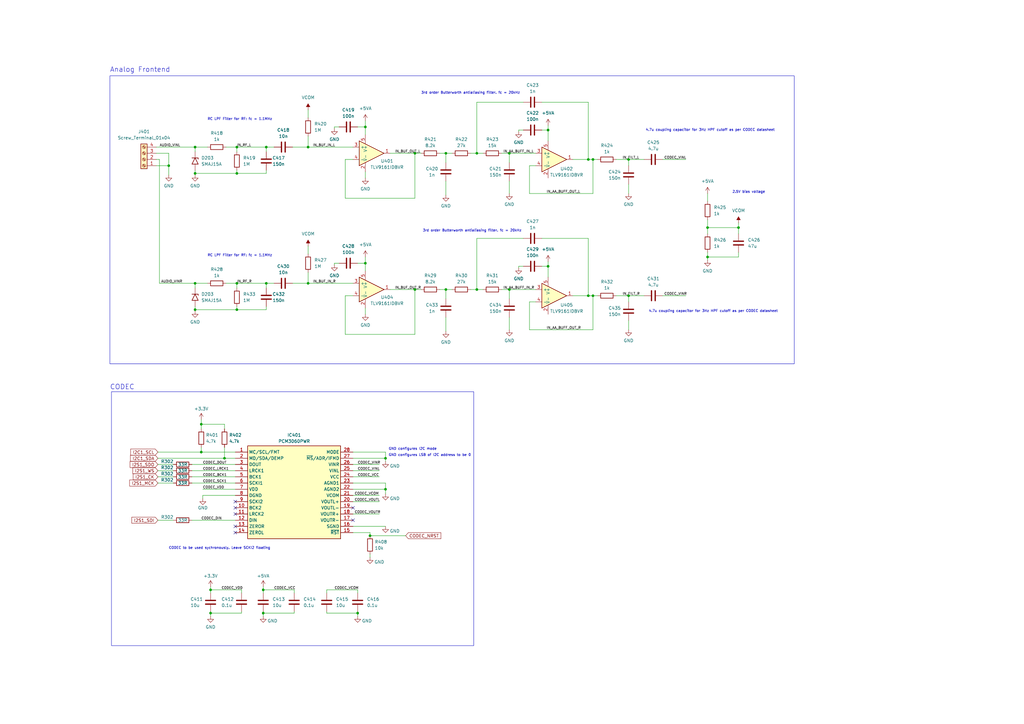
<source format=kicad_sch>
(kicad_sch (version 20230121) (generator eeschema)
  (paper "A3")
  (junction (at -104.14 113.03))
  (junction (at 80.01 71.12))
  (junction (at -113.665 201.93))
  (junction (at 92.075 187.96))
  (junction (at 80.01 127))
  (junction (at -91.44 137.16))
  (junction (at -90.805 113.03))
  (junction (at -104.775 137.16))
  (junction (at 97.155 60.325))
  (junction (at 97.155 127))
  (junction (at 82.55 173.99))
  (junction (at 241.3 65.405))
  (junction (at 149.86 107.95))
  (junction (at 224.79 53.34))
  (junction (at 82.55 185.42))
  (junction (at 243.205 65.405))
  (junction (at 290.195 93.345))
  (junction (at 241.3 121.285))
  (junction (at 195.58 62.865))
  (junction (at -80.01 158.115))
  (junction (at 109.22 60.325))
  (junction (at 86.36 251.46))
  (junction (at 126.365 60.325))
  (junction (at 146.685 251.46))
  (junction (at -56.515 155.575))
  (junction (at -90.805 123.19))
  (junction (at -144.145 147.32))
  (junction (at 257.81 121.285))
  (junction (at -144.145 137.16))
  (junction (at 97.155 116.205))
  (junction (at 158.115 187.96))
  (junction (at 69.215 67.945))
  (junction (at 107.95 241.935))
  (junction (at 126.365 116.205))
  (junction (at 302.895 93.345))
  (junction (at 80.01 60.325))
  (junction (at 107.95 251.46))
  (junction (at 224.79 109.22))
  (junction (at -165.735 155.575))
  (junction (at 170.18 62.865))
  (junction (at -130.81 137.16))
  (junction (at 158.115 200.66))
  (junction (at 182.88 118.745))
  (junction (at 182.88 62.865))
  (junction (at -176.53 186.055))
  (junction (at -43.18 165.735))
  (junction (at 109.22 116.205))
  (junction (at 290.195 105.41))
  (junction (at -67.31 168.91))
  (junction (at 86.36 241.935))
  (junction (at 257.81 65.405))
  (junction (at 80.01 116.205))
  (junction (at 151.765 219.71))
  (junction (at 170.18 118.745))
  (junction (at 195.58 118.745))
  (junction (at 208.915 118.745))
  (junction (at 243.205 121.285))
  (junction (at -91.44 147.32))
  (junction (at 149.86 52.07))
  (junction (at 97.155 71.12))
  (junction (at 208.915 62.865))
  (no_connect (at 96.52 218.44))
  (no_connect (at 144.78 213.36))
  (no_connect (at 96.52 205.74))
  (no_connect (at -131.445 160.655))
  (no_connect (at 96.52 208.28))
  (no_connect (at 144.78 208.28))
  (no_connect (at 96.52 210.82))
  (no_connect (at 96.52 215.9))
  (wire (pts (xy -100.965 173.355) (xy -92.075 173.355)))
  (wire (pts (xy 182.88 62.865) (xy 185.42 62.865)))
  (wire (pts (xy -143.51 191.135) (xy -143.51 193.675)))
  (wire (pts (xy 170.18 118.745) (xy 170.18 137.16)))
  (wire (pts (xy -113.665 150.495) (xy -113.665 137.16)))
  (wire (pts (xy 92.075 183.515) (xy 92.075 187.96)))
  (wire (pts (xy 80.01 71.12) (xy 97.155 71.12)))
  (wire (pts (xy 208.915 118.745) (xy 208.915 122.555)))
  (wire (pts (xy -100.965 155.575) (xy -56.515 155.575)))
  (wire (pts (xy 217.17 79.375) (xy 217.17 67.945)))
  (wire (pts (xy 78.74 193.04) (xy 96.52 193.04)))
  (wire (pts (xy -135.89 173.355) (xy -131.445 173.355)))
  (wire (pts (xy 151.765 227.33) (xy 151.765 228.6)))
  (wire (pts (xy 141.605 121.285) (xy 144.78 121.285)))
  (wire (pts (xy -165.735 165.1) (xy -165.735 167.005)))
  (wire (pts (xy -100.965 188.595) (xy -92.075 188.595)))
  (wire (pts (xy -150.495 168.275) (xy -143.51 168.275)))
  (wire (pts (xy -130.81 146.685) (xy -130.81 147.32)))
  (wire (pts (xy 243.205 121.285) (xy 241.3 121.285)))
  (wire (pts (xy 243.205 135.255) (xy 217.17 135.255)))
  (wire (pts (xy -104.14 113.03) (xy -90.805 113.03)))
  (wire (pts (xy 80.01 60.325) (xy 85.09 60.325)))
  (wire (pts (xy 214.63 97.79) (xy 195.58 97.79)))
  (wire (pts (xy -43.18 155.575) (xy -43.18 157.48)))
  (wire (pts (xy 126.365 100.965) (xy 126.365 104.14)))
  (wire (pts (xy -91.44 147.32) (xy -91.44 148.59)))
  (wire (pts (xy 224.79 51.435) (xy 224.79 53.34)))
  (wire (pts (xy 82.55 185.42) (xy 96.52 185.42)))
  (wire (pts (xy 92.075 173.99) (xy 82.55 173.99)))
  (wire (pts (xy -67.31 158.115) (xy -67.31 160.02)))
  (wire (pts (xy 64.135 65.405) (xy 65.405 65.405)))
  (wire (pts (xy -165.735 155.575) (xy -165.735 157.48)))
  (wire (pts (xy 193.04 62.865) (xy 195.58 62.865)))
  (wire (pts (xy -100.965 186.055) (xy -92.075 186.055)))
  (wire (pts (xy 133.985 241.935) (xy 146.685 241.935)))
  (wire (pts (xy 82.55 172.085) (xy 82.55 173.99)))
  (wire (pts (xy 99.06 241.935) (xy 86.36 241.935)))
  (wire (pts (xy -67.31 168.91) (xy -67.31 167.64)))
  (wire (pts (xy 158.115 200.66) (xy 158.115 202.565)))
  (wire (pts (xy -194.945 186.055) (xy -176.53 186.055)))
  (wire (pts (xy 126.365 60.325) (xy 126.365 55.88)))
  (wire (pts (xy -176.53 186.055) (xy -176.53 187.325)))
  (wire (pts (xy 222.25 109.22) (xy 224.79 109.22)))
  (wire (pts (xy 86.36 250.825) (xy 86.36 251.46)))
  (wire (pts (xy 170.18 118.745) (xy 172.72 118.745)))
  (wire (pts (xy -100.965 183.515) (xy -92.075 183.515)))
  (wire (pts (xy 158.115 185.42) (xy 158.115 187.96)))
  (wire (pts (xy -116.205 201.93) (xy -113.665 201.93)))
  (wire (pts (xy 170.18 137.16) (xy 141.605 137.16)))
  (wire (pts (xy 80.01 127) (xy 97.155 127)))
  (wire (pts (xy 208.915 130.175) (xy 208.915 135.255)))
  (wire (pts (xy -104.14 122.555) (xy -104.14 123.19)))
  (wire (pts (xy 160.02 118.745) (xy 170.18 118.745)))
  (wire (pts (xy -144.145 147.32) (xy -144.145 148.59)))
  (wire (pts (xy 97.155 116.205) (xy 97.155 118.11)))
  (wire (pts (xy 290.195 93.345) (xy 290.195 95.885)))
  (wire (pts (xy -150.495 175.895) (xy -143.51 175.895)))
  (wire (pts (xy -91.44 137.16) (xy -91.44 139.065)))
  (wire (pts (xy -80.01 158.115) (xy -80.01 160.02)))
  (wire (pts (xy -100.965 158.115) (xy -80.01 158.115)))
  (wire (pts (xy 290.195 103.505) (xy 290.195 105.41)))
  (wire (pts (xy 224.79 53.34) (xy 224.79 57.785)))
  (wire (pts (xy 96.52 203.2) (xy 83.185 203.2)))
  (wire (pts (xy 109.22 60.325) (xy 109.22 62.23)))
  (wire (pts (xy -90.805 111.76) (xy -90.805 113.03)))
  (wire (pts (xy -90.805 113.03) (xy -90.805 114.935)))
  (wire (pts (xy 78.74 190.5) (xy 96.52 190.5)))
  (wire (pts (xy -165.735 155.575) (xy -131.445 155.575)))
  (wire (pts (xy 120.015 116.205) (xy 126.365 116.205)))
  (wire (pts (xy 149.86 52.07) (xy 149.86 55.245)))
  (wire (pts (xy 78.74 195.58) (xy 96.52 195.58)))
  (wire (pts (xy 195.58 97.79) (xy 195.58 118.745)))
  (wire (pts (xy 212.725 109.22) (xy 214.63 109.22)))
  (wire (pts (xy 99.06 250.825) (xy 99.06 251.46)))
  (wire (pts (xy 78.74 213.36) (xy 96.52 213.36)))
  (wire (pts (xy 158.115 200.66) (xy 144.78 200.66)))
  (wire (pts (xy 137.16 52.07) (xy 139.065 52.07)))
  (wire (pts (xy -104.14 114.935) (xy -104.14 113.03)))
  (wire (pts (xy 141.605 137.16) (xy 141.605 121.285)))
  (wire (pts (xy 78.74 198.12) (xy 96.52 198.12)))
  (wire (pts (xy 302.895 91.44) (xy 302.895 93.345)))
  (wire (pts (xy -104.14 123.19) (xy -90.805 123.19)))
  (wire (pts (xy 146.685 251.46) (xy 146.685 252.73)))
  (wire (pts (xy 182.88 74.295) (xy 182.88 80.01)))
  (wire (pts (xy 144.78 190.5) (xy 155.575 190.5)))
  (wire (pts (xy 80.01 69.85) (xy 80.01 71.12)))
  (wire (pts (xy 290.195 79.375) (xy 290.195 82.55)))
  (wire (pts (xy 109.22 60.325) (xy 112.395 60.325)))
  (wire (pts (xy -113.665 201.93) (xy -113.665 201.295)))
  (wire (pts (xy 241.3 97.79) (xy 222.25 97.79)))
  (wire (pts (xy 97.155 116.205) (xy 109.22 116.205)))
  (wire (pts (xy -67.31 168.91) (xy -67.31 170.18)))
  (wire (pts (xy -143.51 191.135) (xy -131.445 191.135)))
  (wire (pts (xy -104.775 137.16) (xy -91.44 137.16)))
  (wire (pts (xy 208.915 74.295) (xy 208.915 79.375)))
  (wire (pts (xy 217.17 123.825) (xy 219.71 123.825)))
  (wire (pts (xy 160.02 62.865) (xy 170.18 62.865)))
  (wire (pts (xy 69.215 62.865) (xy 69.215 67.945)))
  (wire (pts (xy 92.075 175.895) (xy 92.075 173.99)))
  (wire (pts (xy -144.145 137.16) (xy -144.145 139.065)))
  (wire (pts (xy 243.205 65.405) (xy 241.3 65.405)))
  (wire (pts (xy 92.71 60.325) (xy 97.155 60.325)))
  (wire (pts (xy 83.185 203.2) (xy 83.185 204.47)))
  (wire (pts (xy 107.95 250.825) (xy 107.95 251.46)))
  (wire (pts (xy 97.155 127) (xy 97.155 125.73)))
  (wire (pts (xy 217.17 67.945) (xy 219.71 67.945)))
  (wire (pts (xy 144.78 198.12) (xy 158.115 198.12)))
  (wire (pts (xy 149.86 126.365) (xy 149.86 128.905)))
  (wire (pts (xy 195.58 118.745) (xy 198.12 118.745)))
  (wire (pts (xy 97.155 71.12) (xy 97.155 69.85)))
  (wire (pts (xy 80.01 125.73) (xy 80.01 127)))
  (wire (pts (xy -56.515 155.575) (xy -43.18 155.575)))
  (wire (pts (xy 302.895 105.41) (xy 290.195 105.41)))
  (wire (pts (xy 252.73 65.405) (xy 257.81 65.405)))
  (wire (pts (xy 241.3 121.285) (xy 241.3 97.79)))
  (wire (pts (xy 243.205 65.405) (xy 245.11 65.405)))
  (wire (pts (xy 92.075 187.96) (xy 96.52 187.96)))
  (wire (pts (xy -116.205 113.03) (xy -116.205 150.495)))
  (wire (pts (xy 107.95 251.46) (xy 107.95 252.73)))
  (wire (pts (xy 257.81 121.285) (xy 257.81 123.825)))
  (wire (pts (xy 180.34 62.865) (xy 182.88 62.865)))
  (wire (pts (xy 205.74 62.865) (xy 208.915 62.865)))
  (wire (pts (xy 80.01 60.325) (xy 80.01 62.23)))
  (wire (pts (xy 257.81 75.565) (xy 257.81 79.375)))
  (wire (pts (xy 109.22 71.12) (xy 97.155 71.12)))
  (wire (pts (xy 224.79 107.315) (xy 224.79 109.22)))
  (wire (pts (xy 133.985 243.205) (xy 133.985 241.935)))
  (wire (pts (xy 137.16 52.705) (xy 137.16 52.07)))
  (wire (pts (xy 146.685 52.07) (xy 149.86 52.07)))
  (wire (pts (xy 64.77 187.96) (xy 92.075 187.96)))
  (wire (pts (xy -90.805 123.19) (xy -90.805 124.46)))
  (wire (pts (xy 180.34 118.745) (xy 182.88 118.745)))
  (wire (pts (xy 133.985 250.825) (xy 133.985 251.46)))
  (wire (pts (xy 82.55 183.515) (xy 82.55 185.42)))
  (wire (pts (xy 120.015 60.325) (xy 126.365 60.325)))
  (wire (pts (xy 133.985 251.46) (xy 146.685 251.46)))
  (wire (pts (xy 99.06 251.46) (xy 86.36 251.46)))
  (wire (pts (xy -171.45 155.575) (xy -165.735 155.575)))
  (wire (pts (xy -116.205 113.03) (xy -104.14 113.03)))
  (wire (pts (xy 107.95 251.46) (xy 120.65 251.46)))
  (wire (pts (xy 241.3 65.405) (xy 241.3 41.91)))
  (wire (pts (xy -113.665 137.16) (xy -104.775 137.16)))
  (wire (pts (xy -194.945 196.215) (xy -194.945 194.945)))
  (wire (pts (xy 243.205 65.405) (xy 243.205 79.375)))
  (wire (pts (xy 107.95 241.935) (xy 107.95 240.665)))
  (wire (pts (xy 64.77 193.04) (xy 71.12 193.04)))
  (wire (pts (xy 126.365 116.205) (xy 144.78 116.205)))
  (wire (pts (xy 170.18 62.865) (xy 172.72 62.865)))
  (wire (pts (xy 212.725 109.855) (xy 212.725 109.22)))
  (wire (pts (xy 195.58 41.91) (xy 195.58 62.865)))
  (wire (pts (xy 182.88 118.745) (xy 185.42 118.745)))
  (wire (pts (xy 144.78 185.42) (xy 158.115 185.42)))
  (wire (pts (xy -56.515 157.48) (xy -56.515 155.575)))
  (wire (pts (xy -56.515 165.735) (xy -43.18 165.735)))
  (wire (pts (xy -80.01 168.91) (xy -67.31 168.91)))
  (wire (pts (xy 80.01 116.205) (xy 85.09 116.205)))
  (wire (pts (xy -80.01 158.115) (xy -67.31 158.115)))
  (wire (pts (xy 146.685 241.935) (xy 146.685 243.205)))
  (wire (pts (xy 243.205 121.285) (xy 245.11 121.285)))
  (wire (pts (xy 241.3 41.91) (xy 222.25 41.91)))
  (wire (pts (xy 109.22 127) (xy 97.155 127)))
  (wire (pts (xy -113.665 201.93) (xy -113.665 203.2)))
  (wire (pts (xy 69.215 67.945) (xy 69.215 71.755)))
  (wire (pts (xy -130.81 137.16) (xy -144.145 137.16)))
  (wire (pts (xy 257.81 131.445) (xy 257.81 135.255)))
  (wire (pts (xy 99.06 241.935) (xy 99.06 243.205)))
  (wire (pts (xy -43.18 165.735) (xy -43.18 167.005)))
  (wire (pts (xy 107.95 241.935) (xy 120.65 241.935)))
  (wire (pts (xy 257.81 65.405) (xy 264.16 65.405)))
  (wire (pts (xy 83.185 200.66) (xy 96.52 200.66)))
  (wire (pts (xy 144.78 218.44) (xy 151.765 218.44)))
  (wire (pts (xy 109.22 116.205) (xy 112.395 116.205)))
  (wire (pts (xy -134.62 186.055) (xy -131.445 186.055)))
  (wire (pts (xy -131.445 163.195) (xy -133.985 163.195)))
  (wire (pts (xy 170.18 62.865) (xy 170.18 81.28)))
  (wire (pts (xy 64.77 213.36) (xy 71.12 213.36)))
  (wire (pts (xy 146.685 250.825) (xy 146.685 251.46)))
  (wire (pts (xy -91.44 135.89) (xy -91.44 137.16)))
  (wire (pts (xy 120.65 250.825) (xy 120.65 251.46)))
  (wire (pts (xy 208.915 62.865) (xy 219.71 62.865)))
  (wire (pts (xy 257.81 121.285) (xy 264.16 121.285)))
  (wire (pts (xy -130.81 147.32) (xy -144.145 147.32)))
  (wire (pts (xy 234.95 121.285) (xy 241.3 121.285)))
  (wire (pts (xy 86.36 251.46) (xy 86.36 252.73)))
  (wire (pts (xy 144.78 203.2) (xy 155.575 203.2)))
  (wire (pts (xy 137.16 107.95) (xy 139.065 107.95)))
  (wire (pts (xy -91.44 146.685) (xy -91.44 147.32)))
  (wire (pts (xy -56.515 165.1) (xy -56.515 165.735)))
  (wire (pts (xy 64.77 195.58) (xy 71.12 195.58)))
  (wire (pts (xy 234.95 65.405) (xy 241.3 65.405)))
  (wire (pts (xy 290.195 93.345) (xy 302.895 93.345)))
  (wire (pts (xy -90.805 122.555) (xy -90.805 123.19)))
  (wire (pts (xy -43.18 165.1) (xy -43.18 165.735)))
  (wire (pts (xy -104.775 139.065) (xy -104.775 137.16)))
  (wire (pts (xy 302.895 103.505) (xy 302.895 105.41)))
  (wire (pts (xy 252.73 121.285) (xy 257.81 121.285)))
  (wire (pts (xy 137.16 108.585) (xy 137.16 107.95)))
  (wire (pts (xy 126.365 60.325) (xy 144.78 60.325)))
  (wire (pts (xy -135.89 168.275) (xy -131.445 168.275)))
  (wire (pts (xy 109.22 69.85) (xy 109.22 71.12)))
  (wire (pts (xy -194.945 186.055) (xy -194.945 187.325)))
  (wire (pts (xy 144.78 193.04) (xy 155.575 193.04)))
  (wire (pts (xy -118.745 137.16) (xy -130.81 137.16)))
  (wire (pts (xy 64.135 67.945) (xy 69.215 67.945)))
  (wire (pts (xy -100.965 175.895) (xy -92.075 175.895)))
  (wire (pts (xy 65.405 116.205) (xy 80.01 116.205)))
  (wire (pts (xy -150.495 173.355) (xy -143.51 173.355)))
  (wire (pts (xy 182.88 62.865) (xy 182.88 66.675)))
  (wire (pts (xy -118.745 137.16) (xy -118.745 150.495)))
  (wire (pts (xy -130.81 139.065) (xy -130.81 137.16)))
  (wire (pts (xy 149.86 107.95) (xy 149.86 111.125)))
  (wire (pts (xy 149.86 70.485) (xy 149.86 73.025)))
  (wire (pts (xy 222.25 53.34) (xy 224.79 53.34)))
  (wire (pts (xy -176.53 184.785) (xy -176.53 186.055)))
  (wire (pts (xy 109.22 125.73) (xy 109.22 127)))
  (wire (pts (xy 212.725 53.975) (xy 212.725 53.34)))
  (wire (pts (xy 243.205 79.375) (xy 217.17 79.375)))
  (wire (pts (xy 64.77 198.12) (xy 71.12 198.12)))
  (wire (pts (xy 290.195 90.17) (xy 290.195 93.345)))
  (wire (pts (xy 217.17 135.255) (xy 217.17 123.825)))
  (wire (pts (xy 65.405 65.405) (xy 65.405 116.205)))
  (wire (pts (xy -133.985 163.195) (xy -133.985 163.83)))
  (wire (pts (xy -135.89 170.815) (xy -131.445 170.815)))
  (wire (pts (xy -80.01 167.64) (xy -80.01 168.91)))
  (wire (pts (xy 214.63 41.91) (xy 195.58 41.91)))
  (wire (pts (xy 182.88 130.175) (xy 182.88 135.89)))
  (wire (pts (xy 151.765 219.71) (xy 166.37 219.71)))
  (wire (pts (xy 302.895 93.345) (xy 302.895 95.885)))
  (wire (pts (xy 64.77 190.5) (xy 71.12 190.5)))
  (wire (pts (xy 243.205 121.285) (xy 243.205 135.255)))
  (wire (pts (xy -100.965 191.135) (xy -92.075 191.135)))
  (wire (pts (xy -116.205 201.295) (xy -116.205 201.93)))
  (wire (pts (xy 80.01 71.12) (xy 80.01 71.755)))
  (wire (pts (xy -100.965 178.435) (xy -92.075 178.435)))
  (wire (pts (xy -134.62 183.515) (xy -131.445 183.515)))
  (wire (pts (xy 64.77 185.42) (xy 82.55 185.42)))
  (wire (pts (xy 149.86 49.53) (xy 149.86 52.07)))
  (wire (pts (xy 271.78 65.405) (xy 281.305 65.405)))
  (wire (pts (xy -104.775 146.685) (xy -104.775 147.32)))
  (wire (pts (xy 205.74 118.745) (xy 208.915 118.745)))
  (wire (pts (xy 92.71 116.205) (xy 97.155 116.205)))
  (wire (pts (xy 170.18 81.28) (xy 141.605 81.28)))
  (wire (pts (xy -150.495 170.815) (xy -143.51 170.815)))
  (wire (pts (xy 144.78 215.9) (xy 158.115 215.9)))
  (wire (pts (xy 144.78 210.82) (xy 155.575 210.82)))
  (wire (pts (xy 141.605 81.28) (xy 141.605 65.405)))
  (wire (pts (xy 107.95 241.935) (xy 107.95 243.205)))
  (wire (pts (xy 208.915 62.865) (xy 208.915 66.675)))
  (wire (pts (xy 126.365 116.205) (xy 126.365 111.76)))
  (wire (pts (xy 144.78 205.74) (xy 155.575 205.74)))
  (wire (pts (xy 271.78 121.285) (xy 281.305 121.285)))
  (wire (pts (xy 82.55 173.99) (xy 82.55 175.895)))
  (wire (pts (xy 86.36 241.935) (xy 86.36 243.205)))
  (wire (pts (xy 120.65 241.935) (xy 120.65 243.205)))
  (wire (pts (xy 193.04 118.745) (xy 195.58 118.745)))
  (wire (pts (xy 212.725 53.34) (xy 214.63 53.34)))
  (wire (pts (xy 97.155 60.325) (xy 109.22 60.325)))
  (wire (pts (xy 109.22 116.205) (xy 109.22 118.11)))
  (wire (pts (xy 158.115 187.96) (xy 158.115 189.23)))
  (wire (pts (xy -135.89 178.435) (xy -131.445 178.435)))
  (wire (pts (xy -104.775 147.32) (xy -91.44 147.32)))
  (wire (pts (xy -144.145 146.685) (xy -144.145 147.32)))
  (wire (pts (xy 257.81 65.405) (xy 257.81 67.945)))
  (wire (pts (xy 146.685 107.95) (xy 149.86 107.95)))
  (wire (pts (xy 195.58 62.865) (xy 198.12 62.865)))
  (wire (pts (xy 144.78 187.96) (xy 158.115 187.96)))
  (wire (pts (xy 290.195 105.41) (xy 290.195 106.68)))
  (wire (pts (xy 80.01 116.205) (xy 80.01 118.11)))
  (wire (pts (xy -150.495 178.435) (xy -143.51 178.435)))
  (wire (pts (xy 86.36 240.665) (xy 86.36 241.935)))
  (wire (pts (xy 64.135 62.865) (xy 69.215 62.865)))
  (wire (pts (xy 182.88 118.745) (xy 182.88 122.555)))
  (wire (pts (xy -144.145 135.89) (xy -144.145 137.16)))
  (wire (pts (xy 64.135 60.325) (xy 80.01 60.325)))
  (wire (pts (xy 141.605 65.405) (xy 144.78 65.405)))
  (wire (pts (xy 97.155 60.325) (xy 97.155 62.23)))
  (wire (pts (xy 126.365 45.085) (xy 126.365 48.26)))
  (wire (pts (xy 151.765 218.44) (xy 151.765 219.71)))
  (wire (pts (xy -143.51 201.295) (xy -143.51 203.2)))
  (wire (pts (xy 224.79 109.22) (xy 224.79 113.665)))
  (wire (pts (xy -176.53 196.215) (xy -176.53 194.945)))
  (wire (pts (xy 158.115 198.12) (xy 158.115 200.66)))
  (wire (pts (xy 208.915 118.745) (xy 219.71 118.745)))
  (wire (pts (xy 80.01 127) (xy 80.01 127.635)))
  (wire (pts (xy 149.86 105.41) (xy 149.86 107.95)))
  (wire (pts (xy -100.965 170.815) (xy -92.075 170.815)))
  (wire (pts (xy -135.89 175.895) (xy -131.445 175.895)))
  (wire (pts (xy 144.78 195.58) (xy 155.575 195.58)))
  (rectangle (start 45.72 160.655) (end 194.31 264.795))
  (rectangle (start 45.085 31.115) (end 325.755 149.225))
  (text "RC LPF Filter for RF: fc = 1.1MHz " (at 85.09 105.41 0) (effects (font (size 1 1)) (justify left bottom)))
  (text "2.5V bias voltage" (at 300.355 79.375 0) (effects (font (size 1 1)) (justify left bottom)))
  (text "CODEC" (at 45.085 160.02 0) (effects (font (size 2 2)) (justify left bottom)))
  (text "4.7u coupling capacitor for 3Hz HPF cutoff as per CODEC datasheet" (at 266.065 128.27 0) (effects (font (size 1 1)) (justify left bottom)))
  (text "RC LPF Filter for RF: fc = 1.1MHz " (at 85.09 49.53 0) (effects (font (size 1 1)) (justify left bottom)))
  (text "GND configures I2C mode" (at 159.385 184.785 0) (effects (font (size 1 1)) (justify left bottom)))
  (text "4.7u coupling capacitor for 3Hz HPF cutoff as per CODEC datasheet" (at 264.795 53.975 0) (effects (font (size 1 1)) (justify left bottom)))
  (text "GND configures LSB of I2C address to be 0" (at 159.385 187.325 0) (effects (font (size 1 1)) (justify left bottom)))
  (text "3rd order Butterworth antialiasing filter. fc = 20kHz " (at 172.72 38.735 0) (effects (font (size 1 1)) (justify left bottom)))
  (text "Use MCLK from MCU \nNo XTL required" (at -149.86 163.195 0) (effects (font (size 1 1)) (justify left bottom)))
  (text "3rd order Butterworth antialiasing filter. fc = 20kHz " (at 173.355 95.25 0) (effects (font (size 1 1)) (justify left bottom)))
  (text "CODEC to be used sychronously. Leave SCKI2 floating" (at 69.215 225.425 0) (effects (font (size 1 1)) (justify left bottom)))
  (text "Using pulldown resistor to assert low before mcu firmware boots" (at -177.165 209.55 0) (effects (font (size 1 1)) (justify left bottom)))
  (text "Analog Frontend" (at 45.085 29.845 0) (effects (font (size 2 2)) (justify left bottom)))
  (label "IN_BUF_OUT_L" (at 161.925 62.865 0) (effects (font (size 1 1))))
  (label "AUDIO_VINR" (at 66.04 116.205 0) (effects (font (size 1 1))))
  (label "AUDIO_VINL" (at 65.405 60.325 0) (effects (font (size 1 1))))
  (label "IN_BUF_IN_L" (at 128.27 60.325 0) (effects (font (size 1 1))))
  (label "CODEC_SCK1" (at 83.185 198.12 0) (effects (font (size 1 1))))
  (label "CODEC_VCOM" (at 145.415 203.2 0) (effects (font (size 1 1))))
  (label "CODEC_VCC" (at 112.395 241.935 0) (effects (font (size 1 1))))
  (label "CODEC_VINL" (at 272.415 65.405 0) (effects (font (size 1 1))))
  (label "CODEC_VINR" (at 272.415 121.285 0) (effects (font (size 1 1))))
  (label "IN_AA_BUFF_IN_R" (at 206.375 118.745 0) (effects (font (size 1 1))))
  (label "IN_BUF_IN_R" (at 128.27 116.205 0) (effects (font (size 1 1))))
  (label "CODEC_DOUT" (at 83.185 190.5 0) (effects (font (size 1 1))))
  (label "IN_FILT_L" (at 255.27 65.405 0) (effects (font (size 1 1))))
  (label "CODEC_VCOM" (at 137.16 241.935 0) (effects (font (size 1 1))))
  (label "IN_AA_BUFF_IN_L" (at 206.375 62.865 0) (effects (font (size 1 1))))
  (label "CODEC_BCK1" (at 83.185 195.58 0) (effects (font (size 1 1))))
  (label "CODEC_VINL" (at 146.685 193.04 0) (effects (font (size 1 1))))
  (label "CODEC_VOUTL" (at 145.415 205.74 0) (effects (font (size 1 1))))
  (label "CODEC_VOUTR" (at 145.415 210.82 0) (effects (font (size 1 1))))
  (label "CODEC_DIN" (at 82.55 213.36 0) (effects (font (size 1 1))))
  (label "IN_RF_L" (at 97.155 60.325 0) (effects (font (size 1 1))))
  (label "CODEC_VCC" (at 146.685 195.58 0) (effects (font (size 1 1))))
  (label "IN_AA_BUFF_OUT_L" (at 224.155 79.375 0) (effects (font (size 1 1))))
  (label "IN_AA_BUFF_OUT_R" (at 224.155 135.255 0) (effects (font (size 1 1))))
  (label "CODEC_FILT+" (at -80.01 158.115 0))
  (label "CODEC_VINR" (at 146.685 190.5 0) (effects (font (size 1 1))))
  (label "CODEC_VCOM" (at -56.515 155.575 0))
  (label "CODEC_VDD" (at 90.805 241.935 0) (effects (font (size 1 1))))
  (label "CODEC_VDD" (at 83.185 200.66 0) (effects (font (size 1 1))))
  (label "IN_FILT_R" (at 255.27 121.285 0) (effects (font (size 1 1))))
  (label "CODEC_LRCK1" (at 83.185 193.04 0) (effects (font (size 1 1))))
  (label "IN_RF_R" (at 97.155 116.205 0) (effects (font (size 1 1))))
  (label "CODEC_AD0" (at -143.51 191.135 0))
  (label "IN_BUF_OUT_R" (at 161.925 118.745 0) (effects (font (size 1 1))))
  (global_label "I2C1_SDA" (shape input) (at -134.62 186.055 180) (property "Intersheetrefs" "${INTERSHEET_REFS}" (effects hide)))
  (global_label "I2S1_WS" (shape input) (at 64.77 193.04 180) (property "Intersheetrefs" "${INTERSHEET_REFS}" (effects hide)))
  (global_label "I2S1_CK" (shape input) (at -150.495 173.355 180) (property "Intersheetrefs" "${INTERSHEET_REFS}" (effects hide)))
  (global_label "I2C1_SCL" (shape input) (at -176.53 196.215 180) (property "Intersheetrefs" "${INTERSHEET_REFS}" (effects hide)))
  (global_label "I2S1_WS" (shape input) (at -150.495 170.815 180) (property "Intersheetrefs" "${INTERSHEET_REFS}" (effects hide)))
  (global_label "I2C1_SDA" (shape input) (at 64.77 187.96 180) (property "Intersheetrefs" "${INTERSHEET_REFS}" (effects hide)))
  (global_label "I2C1_SCL" (shape input) (at 64.77 185.42 180) (property "Intersheetrefs" "${INTERSHEET_REFS}" (effects hide)))
  (global_label "I2S1_SDO" (shape input) (at 64.77 190.5 180) (property "Intersheetrefs" "${INTERSHEET_REFS}" (effects hide)))
  (global_label "I2S1_CK" (shape input) (at 64.77 195.58 180) (property "Intersheetrefs" "${INTERSHEET_REFS}" (effects hide)))
  (global_label "I2S1_SDI" (shape input) (at 64.77 213.36 180) (property "Intersheetrefs" "${INTERSHEET_REFS}" (effects hide)))
  (global_label "CODEC_NRST" (shape input) (at -171.45 155.575 180) (property "Intersheetrefs" "${INTERSHEET_REFS}" (effects hide)))
  (global_label "CODEC_NRST" (shape input) (at 166.37 219.71 0) (property "Intersheetrefs" "${INTERSHEET_REFS}" (effects hide)))
  (global_label "I2C1_SCL" (shape input) (at -134.62 183.515 180) (property "Intersheetrefs" "${INTERSHEET_REFS}" (effects hide)))
  (global_label "I2S1_MCK" (shape input) (at -150.495 168.275 180) (property "Intersheetrefs" "${INTERSHEET_REFS}" (effects hide)))
  (global_label "I2S1_MCK" (shape input) (at 64.77 198.12 180) (property "Intersheetrefs" "${INTERSHEET_REFS}" (effects hide)))
  (global_label "I2S1_SDI" (shape input) (at -150.495 178.435 180) (property "Intersheetrefs" "${INTERSHEET_REFS}" (effects hide)))
  (global_label "I2S1_SDO" (shape input) (at -150.495 175.895 180) (property "Intersheetrefs" "${INTERSHEET_REFS}" (effects hide)))
  (global_label "I2C1_SDA" (shape input) (at -194.945 196.215 180) (property "Intersheetrefs" "${INTERSHEET_REFS}" (effects hide)))
  (symbol (lib_id "Device:C") (at -67.31 163.83 0) (unit 1)
    (property "Reference" "C410" (at -64.135 162.56 0) (effects (justify left)))
    (property "Value" "47u" (at -64.135 165.1 0) (effects (justify left)))
  )
  (symbol (lib_id "Device:R") (at 248.92 65.405 90) (unit 1)
    (property "Reference" "R424" (at 248.92 59.69 90))
    (property "Value" "1k" (at 248.92 62.23 90))
  )
  (symbol (lib_id "power:GND") (at 149.86 73.025 0) (unit 1)
    (property "Reference" "#PWR0429" (effects hide))
    (property "Value" "GND" (at 149.86 77.47 0))
  )
  (symbol (lib_id "Device:C") (at -43.18 161.29 0) (unit 1)
    (property "Reference" "C408" (at -40.005 160.02 0) (effects (justify left)))
    (property "Value" "1u" (at -40.005 162.56 0) (effects (justify left)))
  )
  (symbol (lib_id "Device:R") (at 201.93 62.865 90) (unit 1)
    (property "Reference" "R423" (at 201.93 57.15 90))
    (property "Value" "15k" (at 201.93 59.69 90))
  )
  (symbol (lib_id "Device:R") (at 126.365 107.95 180) (unit 1)
    (property "Reference" "R427" (at 128.905 106.68 0) (effects (justify right)))
    (property "Value" "1M" (at 128.905 109.22 0) (effects (justify right)))
  )
  (symbol (lib_id "Device:R") (at -139.7 168.275 90) (unit 1)
    (property "Reference" "R302" (at -146.05 167.005 90))
    (property "Value" "33R" (at -139.7 168.275 90))
    (instances (project "GuitarFX" (path "" (reference "R302") (unit 1)) (path "" (reference "R410") (unit 1))))
  )
  (symbol (lib_id "power:+5VA") (at 224.79 51.435 0) (unit 1)
    (property "Reference" "#PWR0203" (effects hide))
    (property "Value" "+5VA" (at 224.79 46.355 0))
    (instances (project "GuitarFX" (path "" (reference "#PWR0203") (unit 1)) (path "" (reference "#PWR0432") (unit 1))))
  )
  (symbol (lib_id "power:+3.3V") (at 86.36 240.665 0) (unit 1)
    (property "Reference" "#PWR05" (effects hide))
    (property "Value" "+3.3V" (at 86.36 236.22 0))
    (instances (project "GuitarFX" (path "" (reference "#PWR05") (unit 1)) (path "" (reference "#PWR0413") (unit 1))))
  )
  (symbol (lib_id "Device:C") (at -90.805 118.745 0) (unit 1)
    (property "Reference" "C402" (at -87.63 117.475 0) (effects (justify left)))
    (property "Value" "1u" (at -87.63 120.015 0) (effects (justify left)))
  )
  (symbol (lib_id "Device:C") (at -91.44 142.875 0) (unit 1)
    (property "Reference" "C406" (at -88.265 141.605 0) (effects (justify left)))
    (property "Value" "1u" (at -88.265 144.145 0) (effects (justify left)))
  )
  (symbol (lib_id "Device:R") (at 74.93 190.5 90) (unit 1)
    (property "Reference" "R302" (at 68.58 189.23 90))
    (property "Value" "33R" (at 74.93 190.5 90))
    (instances (project "GuitarFX" (path "" (reference "R302") (unit 1)) (path "" (reference "R403") (unit 1))))
  )
  (symbol (lib_id "power:GND") (at 257.81 135.255 0) (unit 1)
    (property "Reference" "#PWR0447" (effects hide))
    (property "Value" "GND" (at 257.81 139.7 0))
  )
  (symbol (lib_id "power:GND") (at 212.725 53.975 0) (unit 1)
    (property "Reference" "#PWR0433" (effects hide))
    (property "Value" "GND" (at 212.725 58.42 0))
  )
  (symbol (lib_id "power:GND") (at -144.145 148.59 0) (mirror y) (unit 1)
    (property "Reference" "#PWR0411" (effects hide))
    (property "Value" "GND" (at -147.955 150.495 0))
  )
  (symbol (lib_id "power:GND") (at -143.51 203.2 0) (mirror y) (unit 1)
    (property "Reference" "#PWR0423" (effects hide))
    (property "Value" "GND" (at -147.32 205.105 0))
  )
  (symbol (lib_id "Device:C") (at 257.81 71.755 0) (unit 1)
    (property "Reference" "C424" (at 252.095 70.485 0))
    (property "Value" "150n" (at 252.095 73.025 0))
  )
  (symbol (lib_id "power:GND") (at 212.725 109.855 0) (unit 1)
    (property "Reference" "#PWR0443" (effects hide))
    (property "Value" "GND" (at 212.725 114.3 0))
  )
  (symbol (lib_id "Device:R") (at 74.93 195.58 90) (unit 1)
    (property "Reference" "R302" (at 68.58 194.31 90))
    (property "Value" "33R" (at 74.93 195.58 90))
    (instances (project "GuitarFX" (path "" (reference "R302") (unit 1)) (path "" (reference "R405") (unit 1))))
  )
  (symbol (lib_id "power:+3.3V") (at 82.55 172.085 0) (unit 1)
    (property "Reference" "#PWR05" (effects hide))
    (property "Value" "+3.3V" (at 82.55 167.64 0))
    (instances (project "GuitarFX" (path "" (reference "#PWR05") (unit 1)) (path "" (reference "#PWR0401") (unit 1))))
  )
  (symbol (lib_id "Device:R") (at 82.55 179.705 0) (unit 1)
    (property "Reference" "R401" (at 84.455 178.435 0) (effects (justify left)))
    (property "Value" "4.7k" (at 84.455 180.975 0) (effects (justify left)))
  )
  (symbol (lib_id "Device:C") (at 208.915 70.485 0) (unit 1)
    (property "Reference" "C421" (at 203.2 69.215 0))
    (property "Value" "150n" (at 203.2 71.755 0))
  )
  (symbol (lib_id "Device:C") (at -144.145 142.875 0) (mirror y) (unit 1)
    (property "Reference" "C403" (at -147.32 141.605 0) (effects (justify left)))
    (property "Value" "1u" (at -147.32 144.145 0) (effects (justify left)))
  )
  (symbol (lib_id "power:GND") (at -67.31 170.18 0) (unit 1)
    (property "Reference" "#PWR0418" (effects hide))
    (property "Value" "GND" (at -63.5 172.085 0))
  )
  (symbol (lib_id "power:GND") (at 137.16 108.585 0) (unit 1)
    (property "Reference" "#PWR0442" (effects hide))
    (property "Value" "GND" (at 137.16 113.03 0))
  )
  (symbol (lib_id "power:GND") (at 158.115 215.9 0) (unit 1)
    (property "Reference" "#PWR0407" (effects hide))
    (property "Value" "GND" (at 161.925 217.805 0))
  )
  (symbol (lib_id "power:VCOM") (at 126.365 45.085 0) (unit 1)
    (property "Reference" "#PWR0438" (effects hide))
    (property "Value" "VCOM" (at 126.365 40.005 0))
  )
  (symbol (lib_id "Device:R") (at 92.075 179.705 0) (unit 1)
    (property "Reference" "R402" (at 93.98 178.435 0) (effects (justify left)))
    (property "Value" "4.7k" (at 93.98 180.975 0) (effects (justify left)))
  )
  (symbol (lib_id "power:GND") (at -90.805 124.46 0) (unit 1)
    (property "Reference" "#PWR0406" (effects hide))
    (property "Value" "GND" (at -86.995 126.365 0))
  )
  (symbol (lib_id "Device:C") (at -56.515 161.29 0) (unit 1)
    (property "Reference" "C407" (at -53.34 160.02 0) (effects (justify left)))
    (property "Value" "100n" (at -53.34 162.56 0) (effects (justify left)))
  )
  (symbol (lib_id "power:+5VA") (at 149.86 49.53 0) (unit 1)
    (property "Reference" "#PWR0203" (effects hide))
    (property "Value" "+5VA" (at 149.86 44.45 0))
    (instances (project "GuitarFX" (path "" (reference "#PWR0203") (unit 1)) (path "" (reference "#PWR0427") (unit 1))))
  )
  (symbol (lib_id "Audio:CS4272") (at -116.205 175.895 0) (unit 1)
    (property "Reference" "U1" (at -111.4709 201.295 0) (effects (justify left)))
    (property "Value" "CS4272" (at -111.4709 203.835 0) (effects (justify left)))
    (property "Footprint" "Package_SO:TSSOP-28_4.4x9.7mm_P0.65mm" (effects hide))
    (property "Datasheet" "https://statics.cirrus.com/pubs/proDatasheet/CS4272_F1.pdf" (effects hide))
    (instances (project "GuitarFX" (path "" (reference "U1") (unit 1)) (path "" (reference "U403") (unit 1))))
  )
  (symbol (lib_id "Diode:SMAJ15A") (at 80.01 66.04 270) (unit 1)
    (property "Reference" "D203" (at 82.55 64.77 90) (effects (justify left)))
    (property "Value" "SMAJ15A" (at 82.55 67.31 90) (effects (justify left)))
    (property "Footprint" "Diode_SMD:D_SMA" (effects hide))
    (property "Datasheet" "https://www.littelfuse.com/media?resourcetype=datasheets&itemid=75e32973-b177-4ee3-a0ff-cedaf1abdb93&filename=smaj-datasheet" (effects hide))
    (instances (project "GuitarFX" (path "" (reference "D203") (unit 1)) (path "" (reference "D401") (unit 1))))
  )
  (symbol (lib_id "TLV9161IDBVR:TLV9161IDBVR") (at 224.79 121.285 0) (unit 1)
    (property "Reference" "U405" (at 232.41 125.095 0))
    (property "Value" "TLV9161IDBVR" (at 232.41 127.635 0))
    (property "Footprint" "SOT95P280X145-5N" (effects hide))
    (property "Datasheet" "https://www.ti.com/lit/ds/symlink/tlv9161.pdf?HQS=dis-mous-null-mousermode-dsf-pf-null-wwe&ts=1675947383550&ref_url=https%253A%252F%252Fwww.mouser.de%252F" (effects hide))
    (property "Sim.Pins" "1=1 2=2 3=3 4=4 5=5" (effects hide))
    (property "Sim.Device" "SPICE" (effects hide))
    (property "Sim.Params" "type=\"X\" model=\"OPAMP\" lib=\"\"" (effects hide))
    (property "Height" "1.45" (effects hide))
    (property "Manufacturer_Name" "Texas Instruments" (effects hide))
    (property "Manufacturer_Part_Number" "TLV9161IDBVR" (effects hide))
    (property "Mouser Part Number" "595-TLV9161IDBVR" (effects hide))
    (property "Mouser Price/Stock" "https://www.mouser.co.uk/ProductDetail/Texas-Instruments/TLV9161IDBVR?qs=Rp5uXu7WBW%2FkWJAGvxG3xQ%3D%3D" (effects hide))
    (property "Arrow Part Number" "TLV9161IDBVR" (effects hide))
    (property "Arrow Price/Stock" "https://www.arrow.com/en/products/tlv9161idbvr/texas-instruments?region=nac" (effects hide))
  )
  (symbol (lib_id "power:GND") (at 151.765 228.6 0) (unit 1)
    (property "Reference" "#PWR0410" (effects hide))
    (property "Value" "GND" (at 155.575 230.505 0))
  )
  (symbol (lib_id "PCM3060PWR:PCM3060PWR") (at 96.52 185.42 0) (unit 1)
    (property "Reference" "IC401" (at 120.65 178.435 0))
    (property "Value" "PCM3060PWR" (at 120.65 180.975 0))
    (property "Footprint" "SOP65P640X120-28N" (effects hide))
    (property "Datasheet" "https://www.ti.com/lit/ds/symlink/pcm3060.pdf?ts=1606824200789&ref_url=https%253A%252F%252Fwww.ti.com%252Fstore%252Fti%252Fen%252Fp%252Fproduct%252F%253Fp%253DPCM3060PWR%2526keyMatch%253DPCM3060PWR%2526tisearch%253DSearch-EN-everything%2526usecase%253DOPN" (effects hide))
    (property "Height" "1.2" (effects hide))
    (property "Manufacturer_Name" "Texas Instruments" (effects hide))
    (property "Manufacturer_Part_Number" "PCM3060PWR" (effects hide))
    (property "Mouser Part Number" "595-PCM3060PWR" (effects hide))
    (property "Mouser Price/Stock" "https://www.mouser.co.uk/ProductDetail/Texas-Instruments/PCM3060PWR?qs=W5eanQMd1BA4oHiQoX9kuw%3D%3D" (effects hide))
    (property "Arrow Part Number" "PCM3060PWR" (effects hide))
    (property "Arrow Price/Stock" "https://www.arrow.com/en/products/pcm3060pwr/texas-instruments?utm_currency=USD&region=nac" (effects hide))
  )
  (symbol (lib_id "Device:C") (at -104.14 118.745 0) (unit 1)
    (property "Reference" "C401" (at -100.965 117.475 0) (effects (justify left)))
    (property "Value" "100n" (at -100.965 120.015 0) (effects (justify left)))
  )
  (symbol (lib_id "Device:C") (at 120.65 247.015 0) (unit 1)
    (property "Reference" "C414" (at 124.46 245.745 0) (effects (justify left)))
    (property "Value" "0.1u" (at 124.46 248.285 0) (effects (justify left)))
  )
  (symbol (lib_id "Device:R") (at 290.195 86.36 0) (unit 1)
    (property "Reference" "R425" (at 292.735 85.09 0) (effects (justify left)))
    (property "Value" "1k" (at 292.735 87.63 0) (effects (justify left)))
  )
  (symbol (lib_id "power:VCOM") (at 302.895 91.44 0) (unit 1)
    (property "Reference" "#PWR0437" (effects hide))
    (property "Value" "VCOM" (at 302.895 86.36 0))
  )
  (symbol (lib_id "Device:R") (at -139.7 178.435 90) (unit 1)
    (property "Reference" "R302" (at -146.05 177.165 90))
    (property "Value" "33R" (at -139.7 178.435 90))
    (instances (project "GuitarFX" (path "" (reference "R302") (unit 1)) (path "" (reference "R414") (unit 1))))
  )
  (symbol (lib_id "Device:R") (at 97.155 66.04 180) (unit 1)
    (property "Reference" "R419" (at 99.695 64.77 0) (effects (justify right)))
    (property "Value" "1M" (at 99.695 67.31 0) (effects (justify right)))
  )
  (symbol (lib_id "Device:C") (at 109.22 66.04 0) (unit 1)
    (property "Reference" "C417" (at 114.3 64.77 0))
    (property "Value" "150n" (at 114.3 67.31 0))
  )
  (symbol (lib_id "power:GND") (at 208.915 79.375 0) (unit 1)
    (property "Reference" "#PWR0431" (effects hide))
    (property "Value" "GND" (at 208.915 83.82 0))
  )
  (symbol (lib_id "Device:C") (at -80.01 163.83 0) (unit 1)
    (property "Reference" "C409" (at -76.835 162.56 0) (effects (justify left)))
    (property "Value" "100n" (at -76.835 165.1 0) (effects (justify left)))
  )
  (symbol (lib_id "power:+3.3V") (at -90.805 111.76 0) (unit 1)
    (property "Reference" "#PWR05" (effects hide))
    (property "Value" "+3.3V" (at -90.805 107.315 0))
    (instances (project "GuitarFX" (path "" (reference "#PWR05") (unit 1)) (path "" (reference "#PWR0403") (unit 1))))
  )
  (symbol (lib_id "TLV9161IDBVR:TLV9161IDBVR") (at 149.86 62.865 0) (unit 1)
    (property "Reference" "U401" (at 158.75 66.04 0))
    (property "Value" "TLV9161IDBVR" (at 158.75 68.58 0))
    (property "Footprint" "SOT95P280X145-5N" (effects hide))
    (property "Datasheet" "https://www.ti.com/lit/ds/symlink/tlv9161.pdf?HQS=dis-mous-null-mousermode-dsf-pf-null-wwe&ts=1675947383550&ref_url=https%253A%252F%252Fwww.mouser.de%252F" (effects hide))
    (property "Sim.Pins" "1=1 2=2 3=3 4=4 5=5" (effects hide))
    (property "Sim.Device" "SPICE" (effects hide))
    (property "Sim.Params" "type=\"X\" model=\"OPAMP\" lib=\"\"" (effects hide))
    (property "Height" "1.45" (effects hide))
    (property "Manufacturer_Name" "Texas Instruments" (effects hide))
    (property "Manufacturer_Part_Number" "TLV9161IDBVR" (effects hide))
    (property "Mouser Part Number" "595-TLV9161IDBVR" (effects hide))
    (property "Mouser Price/Stock" "https://www.mouser.co.uk/ProductDetail/Texas-Instruments/TLV9161IDBVR?qs=Rp5uXu7WBW%2FkWJAGvxG3xQ%3D%3D" (effects hide))
    (property "Arrow Part Number" "TLV9161IDBVR" (effects hide))
    (property "Arrow Price/Stock" "https://www.arrow.com/en/products/tlv9161idbvr/texas-instruments?region=nac" (effects hide))
  )
  (symbol (lib_id "power:GND") (at 290.195 106.68 0) (unit 1)
    (property "Reference" "#PWR0436" (effects hide))
    (property "Value" "GND" (at 290.195 111.125 0))
  )
  (symbol (lib_id "Device:R") (at 290.195 99.695 0) (unit 1)
    (property "Reference" "R426" (at 292.735 98.425 0) (effects (justify left)))
    (property "Value" "1k" (at 292.735 100.965 0) (effects (justify left)))
  )
  (symbol (lib_id "TLV9161IDBVR:TLV9161IDBVR") (at 149.86 118.745 0) (unit 1)
    (property "Reference" "U404" (at 158.75 121.92 0))
    (property "Value" "TLV9161IDBVR" (at 158.75 124.46 0))
    (property "Footprint" "SOT95P280X145-5N" (effects hide))
    (property "Datasheet" "https://www.ti.com/lit/ds/symlink/tlv9161.pdf?HQS=dis-mous-null-mousermode-dsf-pf-null-wwe&ts=1675947383550&ref_url=https%253A%252F%252Fwww.mouser.de%252F" (effects hide))
    (property "Sim.Pins" "1=1 2=2 3=3 4=4 5=5" (effects hide))
    (property "Sim.Device" "SPICE" (effects hide))
    (property "Sim.Params" "type=\"X\" model=\"OPAMP\" lib=\"\"" (effects hide))
    (property "Height" "1.45" (effects hide))
    (property "Manufacturer_Name" "Texas Instruments" (effects hide))
    (property "Manufacturer_Part_Number" "TLV9161IDBVR" (effects hide))
    (property "Mouser Part Number" "595-TLV9161IDBVR" (effects hide))
    (property "Mouser Price/Stock" "https://www.mouser.co.uk/ProductDetail/Texas-Instruments/TLV9161IDBVR?qs=Rp5uXu7WBW%2FkWJAGvxG3xQ%3D%3D" (effects hide))
    (property "Arrow Part Number" "TLV9161IDBVR" (effects hide))
    (property "Arrow Price/Stock" "https://www.arrow.com/en/products/tlv9161idbvr/texas-instruments?region=nac" (effects hide))
  )
  (symbol (lib_id "power:GND") (at 182.88 80.01 0) (unit 1)
    (property "Reference" "#PWR0430" (effects hide))
    (property "Value" "GND" (at 182.88 84.455 0))
  )
  (symbol (lib_id "Device:R") (at 189.23 118.745 90) (unit 1)
    (property "Reference" "R430" (at 189.23 113.03 90))
    (property "Value" "27k" (at 189.23 115.57 90))
  )
  (symbol (lib_id "Device:R") (at 189.23 62.865 90) (unit 1)
    (property "Reference" "R422" (at 189.23 57.15 90))
    (property "Value" "27k" (at 189.23 59.69 90))
  )
  (symbol (lib_id "Device:R") (at 248.92 121.285 90) (unit 1)
    (property "Reference" "R432" (at 248.92 115.57 90))
    (property "Value" "1k" (at 248.92 118.11 90))
  )
  (symbol (lib_id "Device:C") (at 116.205 116.205 90) (unit 1)
    (property "Reference" "C430" (at 116.205 109.22 90))
    (property "Value" "10n" (at 116.205 111.76 90))
  )
  (symbol (lib_id "power:GND") (at 80.01 71.755 0) (unit 1)
    (property "Reference" "#PWR0426" (effects hide))
    (property "Value" "GND" (at 80.01 76.2 0))
  )
  (symbol (lib_id "power:GND") (at 137.16 52.705 0) (unit 1)
    (property "Reference" "#PWR0428" (effects hide))
    (property "Value" "GND" (at 137.16 57.15 0))
  )
  (symbol (lib_id "Device:C") (at 218.44 109.22 270) (unit 1)
    (property "Reference" "C429" (at 218.44 102.235 90))
    (property "Value" "100n" (at 218.44 104.775 90))
  )
  (symbol (lib_id "power:GND") (at -91.44 148.59 0) (unit 1)
    (property "Reference" "#PWR0412" (effects hide))
    (property "Value" "GND" (at -87.63 150.495 0))
  )
  (symbol (lib_id "power:GND") (at -43.18 167.005 0) (unit 1)
    (property "Reference" "#PWR0417" (effects hide))
    (property "Value" "GND" (at -39.37 168.91 0))
  )
  (symbol (lib_id "Device:R") (at 97.155 121.92 180) (unit 1)
    (property "Reference" "R433" (at 99.695 120.65 0) (effects (justify right)))
    (property "Value" "1M" (at 99.695 123.19 0) (effects (justify right)))
  )
  (symbol (lib_id "power:+5VA") (at -91.44 135.89 0) (unit 1)
    (property "Reference" "#PWR06" (effects hide))
    (property "Value" "+5VA" (at -91.44 130.81 0))
    (instances (project "GuitarFX" (path "" (reference "#PWR06") (unit 1)) (path "" (reference "#PWR0409") (unit 1))))
  )
  (symbol (lib_id "Device:C") (at 146.685 247.015 0) (unit 1)
    (property "Reference" "C416" (at 150.495 245.745 0) (effects (justify left)))
    (property "Value" "0.1u" (at 150.495 248.285 0) (effects (justify left)))
  )
  (symbol (lib_id "Device:C") (at 182.88 70.485 0) (unit 1)
    (property "Reference" "C420" (at 177.165 69.215 0))
    (property "Value" "1n" (at 177.165 71.755 0))
  )
  (symbol (lib_id "Device:R") (at -194.945 191.135 0) (unit 1)
    (property "Reference" "R415" (at -193.04 189.865 0) (effects (justify left)))
    (property "Value" "4.7k" (at -193.04 192.405 0) (effects (justify left)))
  )
  (symbol (lib_id "Device:C") (at -130.81 142.875 0) (mirror y) (unit 1)
    (property "Reference" "C404" (at -133.985 141.605 0) (effects (justify left)))
    (property "Value" "100n" (at -133.985 144.145 0) (effects (justify left)))
  )
  (symbol (lib_id "power:+3.3V") (at -176.53 184.785 0) (unit 1)
    (property "Reference" "#PWR05" (effects hide))
    (property "Value" "+3.3V" (at -176.53 180.34 0))
    (instances (project "GuitarFX" (path "" (reference "#PWR05") (unit 1)) (path "" (reference "#PWR0422") (unit 1))))
  )
  (symbol (lib_id "power:+5VA") (at 107.95 240.665 0) (unit 1)
    (property "Reference" "#PWR06" (effects hide))
    (property "Value" "+5VA" (at 107.95 236.22 0))
    (instances (project "GuitarFX" (path "" (reference "#PWR06") (unit 1)) (path "" (reference "#PWR0414") (unit 1))))
  )
  (symbol (lib_id "TLV9161IDBVR:TLV9161IDBVR") (at 224.79 65.405 0) (unit 1)
    (property "Reference" "U402" (at 232.41 69.215 0))
    (property "Value" "TLV9161IDBVR" (at 232.41 71.755 0))
    (property "Footprint" "SOT95P280X145-5N" (effects hide))
    (property "Datasheet" "https://www.ti.com/lit/ds/symlink/tlv9161.pdf?HQS=dis-mous-null-mousermode-dsf-pf-null-wwe&ts=1675947383550&ref_url=https%253A%252F%252Fwww.mouser.de%252F" (effects hide))
    (property "Sim.Pins" "1=1 2=2 3=3 4=4 5=5" (effects hide))
    (property "Sim.Device" "SPICE" (effects hide))
    (property "Sim.Params" "type=\"X\" model=\"OPAMP\" lib=\"\"" (effects hide))
    (property "Height" "1.45" (effects hide))
    (property "Manufacturer_Name" "Texas Instruments" (effects hide))
    (property "Manufacturer_Part_Number" "TLV9161IDBVR" (effects hide))
    (property "Mouser Part Number" "595-TLV9161IDBVR" (effects hide))
    (property "Mouser Price/Stock" "https://www.mouser.co.uk/ProductDetail/Texas-Instruments/TLV9161IDBVR?qs=Rp5uXu7WBW%2FkWJAGvxG3xQ%3D%3D" (effects hide))
    (property "Arrow Part Number" "TLV9161IDBVR" (effects hide))
    (property "Arrow Price/Stock" "https://www.arrow.com/en/products/tlv9161idbvr/texas-instruments?region=nac" (effects hide))
  )
  (symbol (lib_id "Device:C") (at 116.205 60.325 90) (unit 1)
    (property "Reference" "C418" (at 116.205 53.34 90))
    (property "Value" "10n" (at 116.205 55.88 90))
  )
  (symbol (lib_id "Connector:Screw_Terminal_01x04") (at 59.055 65.405 180) (unit 1)
    (property "Reference" "J401" (at 59.055 53.975 0))
    (property "Value" "Screw_Terminal_01x04" (at 59.055 56.515 0))
  )
  (symbol (lib_id "power:GND") (at 149.86 128.905 0) (unit 1)
    (property "Reference" "#PWR0445" (effects hide))
    (property "Value" "GND" (at 149.86 133.35 0))
  )
  (symbol (lib_id "power:GND") (at -133.985 163.83 0) (mirror y) (unit 1)
    (property "Reference" "#PWR0415" (effects hide))
    (property "Value" "GND" (at -137.795 165.735 0))
  )
  (symbol (lib_id "Device:R") (at 88.9 60.325 90) (unit 1)
    (property "Reference" "R418" (at 88.9 54.61 90))
    (property "Value" "1k" (at 88.9 57.15 90))
  )
  (symbol (lib_id "power:GND") (at 86.36 252.73 0) (unit 1)
    (property "Reference" "#PWR0419" (effects hide))
    (property "Value" "GND" (at 86.36 257.175 0))
  )
  (symbol (lib_id "power:GND") (at 158.115 189.23 0) (unit 1)
    (property "Reference" "#PWR0402" (effects hide))
    (property "Value" "GND" (at 161.925 191.135 0))
  )
  (symbol (lib_id "Device:C") (at -104.775 142.875 0) (unit 1)
    (property "Reference" "C405" (at -101.6 141.605 0) (effects (justify left)))
    (property "Value" "100n" (at -101.6 144.145 0) (effects (justify left)))
  )
  (symbol (lib_id "Device:R") (at 176.53 62.865 90) (unit 1)
    (property "Reference" "R421" (at 176.53 57.15 90))
    (property "Value" "8.2k" (at 176.53 59.69 90))
  )
  (symbol (lib_id "power:GND") (at 83.185 204.47 0) (unit 1)
    (property "Reference" "#PWR0405" (effects hide))
    (property "Value" "GND" (at 83.185 208.28 0))
  )
  (symbol (lib_id "power:GND") (at 107.95 252.73 0) (unit 1)
    (property "Reference" "#PWR0420" (effects hide))
    (property "Value" "GND" (at 111.76 254.635 0))
  )
  (symbol (lib_id "Device:C") (at 218.44 97.79 270) (unit 1)
    (property "Reference" "C427" (at 218.44 90.805 90))
    (property "Value" "1n" (at 218.44 93.345 90))
  )
  (symbol (lib_id "Device:C") (at 302.895 99.695 0) (unit 1)
    (property "Reference" "C426" (at 306.705 98.425 0) (effects (justify left)))
    (property "Value" "47u" (at 306.705 100.965 0) (effects (justify left)))
  )
  (symbol (lib_id "power:GND") (at 146.685 252.73 0) (unit 1)
    (property "Reference" "#PWR0421" (effects hide))
    (property "Value" "GND" (at 150.495 254.635 0))
  )
  (symbol (lib_id "Device:R") (at 74.93 213.36 90) (unit 1)
    (property "Reference" "R302" (at 68.58 212.09 90))
    (property "Value" "33R" (at 74.93 213.36 90))
    (instances (project "GuitarFX" (path "" (reference "R302") (unit 1)) (path "" (reference "R407") (unit 1))))
  )
  (symbol (lib_id "Device:R") (at 176.53 118.745 90) (unit 1)
    (property "Reference" "R429" (at 176.53 113.03 90))
    (property "Value" "8.2k" (at 176.53 115.57 90))
  )
  (symbol (lib_id "Device:C") (at 107.95 247.015 0) (unit 1)
    (property "Reference" "C413" (at 111.76 245.745 0) (effects (justify left)))
    (property "Value" "10u" (at 111.76 248.285 0) (effects (justify left)))
  )
  (symbol (lib_id "Device:C") (at 218.44 53.34 270) (unit 1)
    (property "Reference" "C422" (at 218.44 46.355 90))
    (property "Value" "100n" (at 218.44 48.895 90))
  )
  (symbol (lib_id "Device:C") (at 86.36 247.015 0) (unit 1)
    (property "Reference" "C411" (at 78.105 245.745 0) (effects (justify left)))
    (property "Value" "10u" (at 78.105 248.285 0) (effects (justify left)))
  )
  (symbol (lib_id "Device:R") (at 151.765 223.52 0) (unit 1)
    (property "Reference" "R408" (at 153.67 222.25 0) (effects (justify left)))
    (property "Value" "10k" (at 153.67 224.79 0) (effects (justify left)))
  )
  (symbol (lib_id "power:+5VA") (at 149.86 105.41 0) (unit 1)
    (property "Reference" "#PWR0203" (effects hide))
    (property "Value" "+5VA" (at 149.86 100.33 0))
    (instances (project "GuitarFX" (path "" (reference "#PWR0203") (unit 1)) (path "" (reference "#PWR0440") (unit 1))))
  )
  (symbol (lib_id "power:VCOM") (at 126.365 100.965 0) (unit 1)
    (property "Reference" "#PWR0439" (effects hide))
    (property "Value" "VCOM" (at 126.365 95.885 0))
  )
  (symbol (lib_id "Device:C") (at 208.915 126.365 0) (unit 1)
    (property "Reference" "C434" (at 203.2 125.095 0))
    (property "Value" "150n" (at 203.2 127.635 0))
  )
  (symbol (lib_id "Device:R") (at -143.51 197.485 0) (unit 1)
    (property "Reference" "R417" (at -141.605 196.215 0) (effects (justify left)))
    (property "Value" "10k" (at -141.605 198.755 0) (effects (justify left)))
  )
  (symbol (lib_id "power:GND") (at 208.915 135.255 0) (unit 1)
    (property "Reference" "#PWR0446" (effects hide))
    (property "Value" "GND" (at 208.915 139.7 0))
  )
  (symbol (lib_id "power:+3.3V") (at -144.145 135.89 0) (mirror y) (unit 1)
    (property "Reference" "#PWR05" (effects hide))
    (property "Value" "+3.3V" (at -144.145 131.445 0))
    (instances (project "GuitarFX" (path "" (reference "#PWR05") (unit 1)) (path "" (reference "#PWR0408") (unit 1))))
  )
  (symbol (lib_id "power:GND") (at -113.665 203.2 0) (mirror y) (unit 1)
    (property "Reference" "#PWR0424" (effects hide))
    (property "Value" "GND" (at -117.475 205.105 0))
  )
  (symbol (lib_id "power:GND") (at 69.215 71.755 0) (unit 1)
    (property "Reference" "#PWR0425" (effects hide))
    (property "Value" "GND" (at 69.215 76.2 0))
  )
  (symbol (lib_id "Device:C") (at 218.44 41.91 270) (unit 1)
    (property "Reference" "C423" (at 218.44 34.925 90))
    (property "Value" "1n" (at 218.44 37.465 90))
  )
  (symbol (lib_id "Device:C") (at 182.88 126.365 0) (unit 1)
    (property "Reference" "C433" (at 177.165 125.095 0))
    (property "Value" "1n" (at 177.165 127.635 0))
  )
  (symbol (lib_id "Device:R") (at -139.7 170.815 90) (unit 1)
    (property "Reference" "R302" (at -146.05 169.545 90))
    (property "Value" "33R" (at -139.7 170.815 90))
    (instances (project "GuitarFX" (path "" (reference "R302") (unit 1)) (path "" (reference "R411") (unit 1))))
  )
  (symbol (lib_id "Device:C") (at 133.985 247.015 0) (unit 1)
    (property "Reference" "C415" (at 137.795 245.745 0) (effects (justify left)))
    (property "Value" "10u" (at 137.795 248.285 0) (effects (justify left)))
  )
  (symbol (lib_id "power:+5VA") (at 224.79 107.315 0) (unit 1)
    (property "Reference" "#PWR0203" (effects hide))
    (property "Value" "+5VA" (at 224.79 102.235 0))
    (instances (project "GuitarFX" (path "" (reference "#PWR0203") (unit 1)) (path "" (reference "#PWR0441") (unit 1))))
  )
  (symbol (lib_id "Device:R") (at -139.7 173.355 90) (unit 1)
    (property "Reference" "R302" (at -146.05 172.085 90))
    (property "Value" "33R" (at -139.7 173.355 90))
    (instances (project "GuitarFX" (path "" (reference "R302") (unit 1)) (path "" (reference "R412") (unit 1))))
  )
  (symbol (lib_id "Device:C") (at 109.22 121.92 0) (unit 1)
    (property "Reference" "C432" (at 114.3 120.65 0))
    (property "Value" "150n" (at 114.3 123.19 0))
  )
  (symbol (lib_id "Device:R") (at 201.93 118.745 90) (unit 1)
    (property "Reference" "R431" (at 201.93 113.03 90))
    (property "Value" "15k" (at 201.93 115.57 90))
  )
  (symbol (lib_id "Device:R") (at 74.93 198.12 90) (unit 1)
    (property "Reference" "R302" (at 68.58 196.85 90))
    (property "Value" "33R" (at 74.93 198.12 90))
    (instances (project "GuitarFX" (path "" (reference "R302") (unit 1)) (path "" (reference "R406") (unit 1))))
  )
  (symbol (lib_id "Device:R") (at 88.9 116.205 90) (unit 1)
    (property "Reference" "R428" (at 88.9 110.49 90))
    (property "Value" "1k" (at 88.9 113.03 90))
  )
  (symbol (lib_id "Device:C") (at 257.81 127.635 0) (unit 1)
    (property "Reference" "C435" (at 252.095 126.365 0))
    (property "Value" "150n" (at 252.095 128.905 0))
  )
  (symbol (lib_id "Device:C") (at 267.97 121.285 270) (unit 1)
    (property "Reference" "C431" (at 267.97 114.3 90))
    (property "Value" "4.7u" (at 267.97 116.84 90))
  )
  (symbol (lib_id "Device:C") (at 99.06 247.015 0) (unit 1)
    (property "Reference" "C412" (at 90.805 245.745 0) (effects (justify left)))
    (property "Value" "0.1u" (at 90.805 248.285 0) (effects (justify left)))
  )
  (symbol (lib_id "Device:C") (at 267.97 65.405 270) (unit 1)
    (property "Reference" "C425" (at 267.97 58.42 90))
    (property "Value" "4.7u" (at 267.97 60.96 90))
  )
  (symbol (lib_id "power:GND") (at 257.81 79.375 0) (unit 1)
    (property "Reference" "#PWR0434" (effects hide))
    (property "Value" "GND" (at 257.81 83.82 0))
  )
  (symbol (lib_id "Device:R") (at -176.53 191.135 0) (unit 1)
    (property "Reference" "R416" (at -174.625 189.865 0) (effects (justify left)))
    (property "Value" "4.7k" (at -174.625 192.405 0) (effects (justify left)))
  )
  (symbol (lib_id "power:+5VA") (at 290.195 79.375 0) (unit 1)
    (property "Reference" "#PWR0203" (effects hide))
    (property "Value" "+5VA" (at 290.195 74.295 0))
    (instances (project "GuitarFX" (path "" (reference "#PWR0203") (unit 1)) (path "" (reference "#PWR0435") (unit 1))))
  )
  (symbol (lib_id "Device:R") (at -165.735 161.29 0) (unit 1)
    (property "Reference" "R409" (at -163.83 160.02 0) (effects (justify left)))
    (property "Value" "10k" (at -163.83 162.56 0) (effects (justify left)))
  )
  (symbol (lib_id "Device:C") (at 142.875 52.07 270) (unit 1)
    (property "Reference" "C419" (at 142.875 45.085 90))
    (property "Value" "100n" (at 142.875 47.625 90))
  )
  (symbol (lib_id "Device:R") (at 126.365 52.07 180) (unit 1)
    (property "Reference" "R420" (at 128.905 50.8 0) (effects (justify right)))
    (property "Value" "1M" (at 128.905 53.34 0) (effects (justify right)))
  )
  (symbol (lib_id "power:GND") (at 158.115 202.565 0) (unit 1)
    (property "Reference" "#PWR0404" (effects hide))
    (property "Value" "GND" (at 161.925 204.47 0))
  )
  (symbol (lib_id "power:GND") (at -165.735 167.005 0) (mirror y) (unit 1)
    (property "Reference" "#PWR0416" (effects hide))
    (property "Value" "GND" (at -169.545 168.91 0))
  )
  (symbol (lib_id "Diode:SMAJ15A") (at 80.01 121.92 270) (unit 1)
    (property "Reference" "D203" (at 82.55 120.65 90) (effects (justify left)))
    (property "Value" "SMAJ15A" (at 82.55 123.19 90) (effects (justify left)))
    (property "Footprint" "Diode_SMD:D_SMA" (effects hide))
    (property "Datasheet" "https://www.littelfuse.com/media?resourcetype=datasheets&itemid=75e32973-b177-4ee3-a0ff-cedaf1abdb93&filename=smaj-datasheet" (effects hide))
    (instances (project "GuitarFX" (path "" (reference "D203") (unit 1)) (path "" (reference "D402") (unit 1))))
  )
  (symbol (lib_id "Device:R") (at 74.93 193.04 90) (unit 1)
    (property "Reference" "R302" (at 68.58 191.77 90))
    (property "Value" "33R" (at 74.93 193.04 90))
    (instances (project "GuitarFX" (path "" (reference "R302") (unit 1)) (path "" (reference "R404") (unit 1))))
  )
  (symbol (lib_id "power:GND") (at 80.01 127.635 0) (unit 1)
    (property "Reference" "#PWR0444" (effects hide))
    (property "Value" "GND" (at 80.01 132.08 0))
  )
  (symbol (lib_id "Device:R") (at -139.7 175.895 90) (unit 1)
    (property "Reference" "R302" (at -146.05 174.625 90))
    (property "Value" "33R" (at -139.7 175.895 90))
    (instances (project "GuitarFX" (path "" (reference "R302") (unit 1)) (path "" (reference "R413") (unit 1))))
  )
  (symbol (lib_id "power:GND") (at 182.88 135.89 0) (unit 1)
    (property "Reference" "#PWR0448" (effects hide))
    (property "Value" "GND" (at 182.88 140.335 0))
  )
  (symbol (lib_id "Device:C") (at 142.875 107.95 270) (unit 1)
    (property "Reference" "C428" (at 142.875 100.965 90))
    (property "Value" "100n" (at 142.875 103.505 90))
  )
)
</source>
